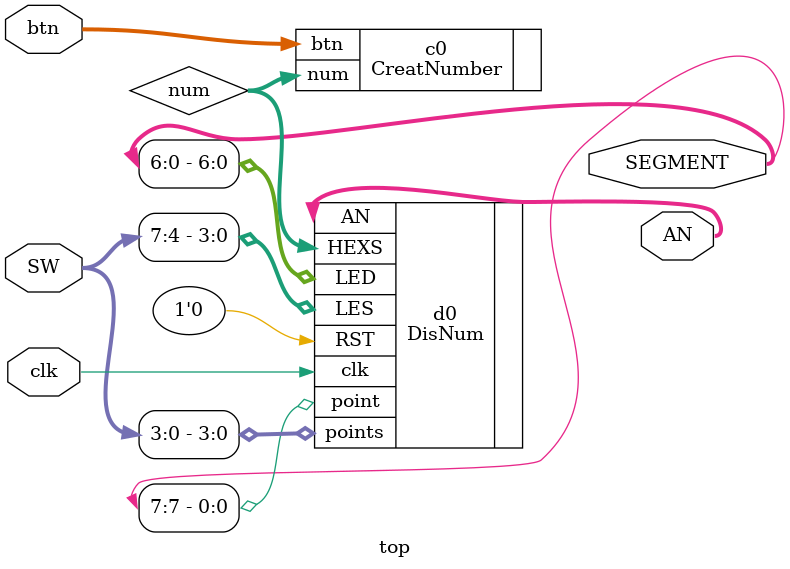
<source format=v>
`timescale 1ns / 1ps
module top(
	input wire clk,
	input wire[7:0]SW,
	input wire[3:0]btn,
	output wire[3:0]AN,
	output wire[7:0]SEGMENT
    );
	wire[15:0]num;
	CreatNumber c0(.btn(btn),.num(num));
	//disp_num d0(clk,num,SW[7:4],SW[3:0],1'b0,AN,SEGMENT);
	DisNum d0(.clk(clk),.RST(1'b0),.HEXS(num[15:0]),.LES(SW[7:4]),.points(SW[3:0]),.AN(AN[3:0]),.point(SEGMENT[7]),.LED(SEGMENT[6:0]));
endmodule
</source>
